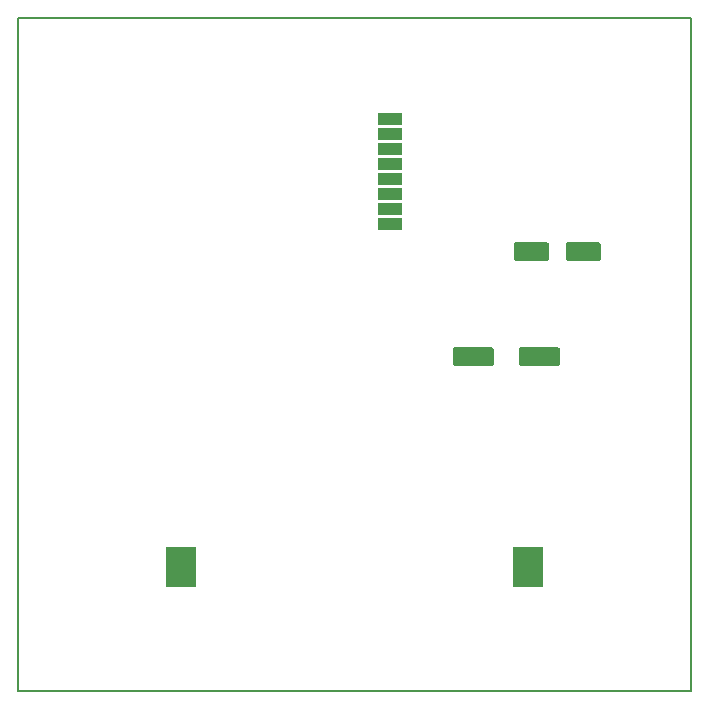
<source format=gbr>
%TF.GenerationSoftware,KiCad,Pcbnew,5.0.2-bee76a0~70~ubuntu18.04.1*%
%TF.CreationDate,2019-10-02T23:47:39+02:00*%
%TF.ProjectId,BT-Pcb-328P,42542d50-6362-42d3-9332-38502e6b6963,3.0*%
%TF.SameCoordinates,Original*%
%TF.FileFunction,Paste,Bot*%
%TF.FilePolarity,Positive*%
%FSLAX46Y46*%
G04 Gerber Fmt 4.6, Leading zero omitted, Abs format (unit mm)*
G04 Created by KiCad (PCBNEW 5.0.2-bee76a0~70~ubuntu18.04.1) date mer 02 ott 2019 23:47:39 CEST*
%MOMM*%
%LPD*%
G01*
G04 APERTURE LIST*
%ADD10C,0.150000*%
%ADD11R,2.000000X1.000000*%
%ADD12C,1.600000*%
%ADD13R,2.540000X3.510000*%
G04 APERTURE END LIST*
D10*
X184040000Y-138320000D02*
X184040000Y-81320000D01*
X127040000Y-138320000D02*
X127040000Y-81320000D01*
X127040000Y-138320000D02*
X184040000Y-138320000D01*
X127040000Y-81320000D02*
X184040000Y-81320000D01*
D11*
X158560000Y-89834000D03*
X158560000Y-91104000D03*
X158560000Y-92374000D03*
X158560000Y-93644000D03*
X158560000Y-94914000D03*
X158560000Y-96184000D03*
X158560000Y-97454000D03*
X158560000Y-98724000D03*
D10*
G36*
X171794504Y-100293204D02*
X171818773Y-100296804D01*
X171842571Y-100302765D01*
X171865671Y-100311030D01*
X171887849Y-100321520D01*
X171908893Y-100334133D01*
X171928598Y-100348747D01*
X171946777Y-100365223D01*
X171963253Y-100383402D01*
X171977867Y-100403107D01*
X171990480Y-100424151D01*
X172000970Y-100446329D01*
X172009235Y-100469429D01*
X172015196Y-100493227D01*
X172018796Y-100517496D01*
X172020000Y-100542000D01*
X172020000Y-101642000D01*
X172018796Y-101666504D01*
X172015196Y-101690773D01*
X172009235Y-101714571D01*
X172000970Y-101737671D01*
X171990480Y-101759849D01*
X171977867Y-101780893D01*
X171963253Y-101800598D01*
X171946777Y-101818777D01*
X171928598Y-101835253D01*
X171908893Y-101849867D01*
X171887849Y-101862480D01*
X171865671Y-101872970D01*
X171842571Y-101881235D01*
X171818773Y-101887196D01*
X171794504Y-101890796D01*
X171770000Y-101892000D01*
X169270000Y-101892000D01*
X169245496Y-101890796D01*
X169221227Y-101887196D01*
X169197429Y-101881235D01*
X169174329Y-101872970D01*
X169152151Y-101862480D01*
X169131107Y-101849867D01*
X169111402Y-101835253D01*
X169093223Y-101818777D01*
X169076747Y-101800598D01*
X169062133Y-101780893D01*
X169049520Y-101759849D01*
X169039030Y-101737671D01*
X169030765Y-101714571D01*
X169024804Y-101690773D01*
X169021204Y-101666504D01*
X169020000Y-101642000D01*
X169020000Y-100542000D01*
X169021204Y-100517496D01*
X169024804Y-100493227D01*
X169030765Y-100469429D01*
X169039030Y-100446329D01*
X169049520Y-100424151D01*
X169062133Y-100403107D01*
X169076747Y-100383402D01*
X169093223Y-100365223D01*
X169111402Y-100348747D01*
X169131107Y-100334133D01*
X169152151Y-100321520D01*
X169174329Y-100311030D01*
X169197429Y-100302765D01*
X169221227Y-100296804D01*
X169245496Y-100293204D01*
X169270000Y-100292000D01*
X171770000Y-100292000D01*
X171794504Y-100293204D01*
X171794504Y-100293204D01*
G37*
D12*
X170520000Y-101092000D03*
D10*
G36*
X176194504Y-100293204D02*
X176218773Y-100296804D01*
X176242571Y-100302765D01*
X176265671Y-100311030D01*
X176287849Y-100321520D01*
X176308893Y-100334133D01*
X176328598Y-100348747D01*
X176346777Y-100365223D01*
X176363253Y-100383402D01*
X176377867Y-100403107D01*
X176390480Y-100424151D01*
X176400970Y-100446329D01*
X176409235Y-100469429D01*
X176415196Y-100493227D01*
X176418796Y-100517496D01*
X176420000Y-100542000D01*
X176420000Y-101642000D01*
X176418796Y-101666504D01*
X176415196Y-101690773D01*
X176409235Y-101714571D01*
X176400970Y-101737671D01*
X176390480Y-101759849D01*
X176377867Y-101780893D01*
X176363253Y-101800598D01*
X176346777Y-101818777D01*
X176328598Y-101835253D01*
X176308893Y-101849867D01*
X176287849Y-101862480D01*
X176265671Y-101872970D01*
X176242571Y-101881235D01*
X176218773Y-101887196D01*
X176194504Y-101890796D01*
X176170000Y-101892000D01*
X173670000Y-101892000D01*
X173645496Y-101890796D01*
X173621227Y-101887196D01*
X173597429Y-101881235D01*
X173574329Y-101872970D01*
X173552151Y-101862480D01*
X173531107Y-101849867D01*
X173511402Y-101835253D01*
X173493223Y-101818777D01*
X173476747Y-101800598D01*
X173462133Y-101780893D01*
X173449520Y-101759849D01*
X173439030Y-101737671D01*
X173430765Y-101714571D01*
X173424804Y-101690773D01*
X173421204Y-101666504D01*
X173420000Y-101642000D01*
X173420000Y-100542000D01*
X173421204Y-100517496D01*
X173424804Y-100493227D01*
X173430765Y-100469429D01*
X173439030Y-100446329D01*
X173449520Y-100424151D01*
X173462133Y-100403107D01*
X173476747Y-100383402D01*
X173493223Y-100365223D01*
X173511402Y-100348747D01*
X173531107Y-100334133D01*
X173552151Y-100321520D01*
X173574329Y-100311030D01*
X173597429Y-100302765D01*
X173621227Y-100296804D01*
X173645496Y-100293204D01*
X173670000Y-100292000D01*
X176170000Y-100292000D01*
X176194504Y-100293204D01*
X176194504Y-100293204D01*
G37*
D12*
X174920000Y-101092000D03*
D10*
G36*
X167126504Y-109183204D02*
X167150773Y-109186804D01*
X167174571Y-109192765D01*
X167197671Y-109201030D01*
X167219849Y-109211520D01*
X167240893Y-109224133D01*
X167260598Y-109238747D01*
X167278777Y-109255223D01*
X167295253Y-109273402D01*
X167309867Y-109293107D01*
X167322480Y-109314151D01*
X167332970Y-109336329D01*
X167341235Y-109359429D01*
X167347196Y-109383227D01*
X167350796Y-109407496D01*
X167352000Y-109432000D01*
X167352000Y-110532000D01*
X167350796Y-110556504D01*
X167347196Y-110580773D01*
X167341235Y-110604571D01*
X167332970Y-110627671D01*
X167322480Y-110649849D01*
X167309867Y-110670893D01*
X167295253Y-110690598D01*
X167278777Y-110708777D01*
X167260598Y-110725253D01*
X167240893Y-110739867D01*
X167219849Y-110752480D01*
X167197671Y-110762970D01*
X167174571Y-110771235D01*
X167150773Y-110777196D01*
X167126504Y-110780796D01*
X167102000Y-110782000D01*
X164102000Y-110782000D01*
X164077496Y-110780796D01*
X164053227Y-110777196D01*
X164029429Y-110771235D01*
X164006329Y-110762970D01*
X163984151Y-110752480D01*
X163963107Y-110739867D01*
X163943402Y-110725253D01*
X163925223Y-110708777D01*
X163908747Y-110690598D01*
X163894133Y-110670893D01*
X163881520Y-110649849D01*
X163871030Y-110627671D01*
X163862765Y-110604571D01*
X163856804Y-110580773D01*
X163853204Y-110556504D01*
X163852000Y-110532000D01*
X163852000Y-109432000D01*
X163853204Y-109407496D01*
X163856804Y-109383227D01*
X163862765Y-109359429D01*
X163871030Y-109336329D01*
X163881520Y-109314151D01*
X163894133Y-109293107D01*
X163908747Y-109273402D01*
X163925223Y-109255223D01*
X163943402Y-109238747D01*
X163963107Y-109224133D01*
X163984151Y-109211520D01*
X164006329Y-109201030D01*
X164029429Y-109192765D01*
X164053227Y-109186804D01*
X164077496Y-109183204D01*
X164102000Y-109182000D01*
X167102000Y-109182000D01*
X167126504Y-109183204D01*
X167126504Y-109183204D01*
G37*
D12*
X165602000Y-109982000D03*
D10*
G36*
X172726504Y-109183204D02*
X172750773Y-109186804D01*
X172774571Y-109192765D01*
X172797671Y-109201030D01*
X172819849Y-109211520D01*
X172840893Y-109224133D01*
X172860598Y-109238747D01*
X172878777Y-109255223D01*
X172895253Y-109273402D01*
X172909867Y-109293107D01*
X172922480Y-109314151D01*
X172932970Y-109336329D01*
X172941235Y-109359429D01*
X172947196Y-109383227D01*
X172950796Y-109407496D01*
X172952000Y-109432000D01*
X172952000Y-110532000D01*
X172950796Y-110556504D01*
X172947196Y-110580773D01*
X172941235Y-110604571D01*
X172932970Y-110627671D01*
X172922480Y-110649849D01*
X172909867Y-110670893D01*
X172895253Y-110690598D01*
X172878777Y-110708777D01*
X172860598Y-110725253D01*
X172840893Y-110739867D01*
X172819849Y-110752480D01*
X172797671Y-110762970D01*
X172774571Y-110771235D01*
X172750773Y-110777196D01*
X172726504Y-110780796D01*
X172702000Y-110782000D01*
X169702000Y-110782000D01*
X169677496Y-110780796D01*
X169653227Y-110777196D01*
X169629429Y-110771235D01*
X169606329Y-110762970D01*
X169584151Y-110752480D01*
X169563107Y-110739867D01*
X169543402Y-110725253D01*
X169525223Y-110708777D01*
X169508747Y-110690598D01*
X169494133Y-110670893D01*
X169481520Y-110649849D01*
X169471030Y-110627671D01*
X169462765Y-110604571D01*
X169456804Y-110580773D01*
X169453204Y-110556504D01*
X169452000Y-110532000D01*
X169452000Y-109432000D01*
X169453204Y-109407496D01*
X169456804Y-109383227D01*
X169462765Y-109359429D01*
X169471030Y-109336329D01*
X169481520Y-109314151D01*
X169494133Y-109293107D01*
X169508747Y-109273402D01*
X169525223Y-109255223D01*
X169543402Y-109238747D01*
X169563107Y-109224133D01*
X169584151Y-109211520D01*
X169606329Y-109201030D01*
X169629429Y-109192765D01*
X169653227Y-109186804D01*
X169677496Y-109183204D01*
X169702000Y-109182000D01*
X172702000Y-109182000D01*
X172726504Y-109183204D01*
X172726504Y-109183204D01*
G37*
D12*
X171202000Y-109982000D03*
D13*
X170220000Y-127838000D03*
X140860000Y-127838000D03*
M02*

</source>
